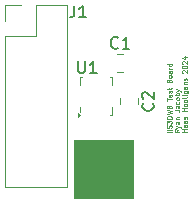
<source format=gbr>
%TF.GenerationSoftware,KiCad,Pcbnew,8.0.6-1.fc39*%
%TF.CreationDate,2024-10-31T14:54:44-07:00*%
%TF.ProjectId,IIS3DWB_eval,49495333-4457-4425-9f65-76616c2e6b69,rev?*%
%TF.SameCoordinates,Original*%
%TF.FileFunction,Legend,Top*%
%TF.FilePolarity,Positive*%
%FSLAX46Y46*%
G04 Gerber Fmt 4.6, Leading zero omitted, Abs format (unit mm)*
G04 Created by KiCad (PCBNEW 8.0.6-1.fc39) date 2024-10-31 14:54:44*
%MOMM*%
%LPD*%
G01*
G04 APERTURE LIST*
%ADD10C,0.050000*%
%ADD11C,0.150000*%
%ADD12C,0.120000*%
G04 APERTURE END LIST*
G36*
X151845000Y-98973000D02*
G01*
X156845000Y-98973000D01*
X156845000Y-103973000D01*
X151845000Y-103973000D01*
X151845000Y-98973000D01*
G37*
D10*
X160077491Y-98296867D02*
X159677491Y-98296867D01*
X160077491Y-98106391D02*
X159677491Y-98106391D01*
X160058444Y-97934963D02*
X160077491Y-97877820D01*
X160077491Y-97877820D02*
X160077491Y-97782582D01*
X160077491Y-97782582D02*
X160058444Y-97744487D01*
X160058444Y-97744487D02*
X160039396Y-97725439D01*
X160039396Y-97725439D02*
X160001301Y-97706392D01*
X160001301Y-97706392D02*
X159963205Y-97706392D01*
X159963205Y-97706392D02*
X159925110Y-97725439D01*
X159925110Y-97725439D02*
X159906063Y-97744487D01*
X159906063Y-97744487D02*
X159887015Y-97782582D01*
X159887015Y-97782582D02*
X159867967Y-97858773D01*
X159867967Y-97858773D02*
X159848920Y-97896868D01*
X159848920Y-97896868D02*
X159829872Y-97915915D01*
X159829872Y-97915915D02*
X159791777Y-97934963D01*
X159791777Y-97934963D02*
X159753682Y-97934963D01*
X159753682Y-97934963D02*
X159715586Y-97915915D01*
X159715586Y-97915915D02*
X159696539Y-97896868D01*
X159696539Y-97896868D02*
X159677491Y-97858773D01*
X159677491Y-97858773D02*
X159677491Y-97763534D01*
X159677491Y-97763534D02*
X159696539Y-97706392D01*
X159677491Y-97573059D02*
X159677491Y-97325440D01*
X159677491Y-97325440D02*
X159829872Y-97458773D01*
X159829872Y-97458773D02*
X159829872Y-97401630D01*
X159829872Y-97401630D02*
X159848920Y-97363535D01*
X159848920Y-97363535D02*
X159867967Y-97344487D01*
X159867967Y-97344487D02*
X159906063Y-97325440D01*
X159906063Y-97325440D02*
X160001301Y-97325440D01*
X160001301Y-97325440D02*
X160039396Y-97344487D01*
X160039396Y-97344487D02*
X160058444Y-97363535D01*
X160058444Y-97363535D02*
X160077491Y-97401630D01*
X160077491Y-97401630D02*
X160077491Y-97515916D01*
X160077491Y-97515916D02*
X160058444Y-97554011D01*
X160058444Y-97554011D02*
X160039396Y-97573059D01*
X160077491Y-97154011D02*
X159677491Y-97154011D01*
X159677491Y-97154011D02*
X159677491Y-97058773D01*
X159677491Y-97058773D02*
X159696539Y-97001630D01*
X159696539Y-97001630D02*
X159734634Y-96963535D01*
X159734634Y-96963535D02*
X159772729Y-96944488D01*
X159772729Y-96944488D02*
X159848920Y-96925440D01*
X159848920Y-96925440D02*
X159906063Y-96925440D01*
X159906063Y-96925440D02*
X159982253Y-96944488D01*
X159982253Y-96944488D02*
X160020348Y-96963535D01*
X160020348Y-96963535D02*
X160058444Y-97001630D01*
X160058444Y-97001630D02*
X160077491Y-97058773D01*
X160077491Y-97058773D02*
X160077491Y-97154011D01*
X159677491Y-96792107D02*
X160077491Y-96696869D01*
X160077491Y-96696869D02*
X159791777Y-96620678D01*
X159791777Y-96620678D02*
X160077491Y-96544488D01*
X160077491Y-96544488D02*
X159677491Y-96449250D01*
X159867967Y-96163535D02*
X159887015Y-96106392D01*
X159887015Y-96106392D02*
X159906063Y-96087345D01*
X159906063Y-96087345D02*
X159944158Y-96068297D01*
X159944158Y-96068297D02*
X160001301Y-96068297D01*
X160001301Y-96068297D02*
X160039396Y-96087345D01*
X160039396Y-96087345D02*
X160058444Y-96106392D01*
X160058444Y-96106392D02*
X160077491Y-96144487D01*
X160077491Y-96144487D02*
X160077491Y-96296868D01*
X160077491Y-96296868D02*
X159677491Y-96296868D01*
X159677491Y-96296868D02*
X159677491Y-96163535D01*
X159677491Y-96163535D02*
X159696539Y-96125440D01*
X159696539Y-96125440D02*
X159715586Y-96106392D01*
X159715586Y-96106392D02*
X159753682Y-96087345D01*
X159753682Y-96087345D02*
X159791777Y-96087345D01*
X159791777Y-96087345D02*
X159829872Y-96106392D01*
X159829872Y-96106392D02*
X159848920Y-96125440D01*
X159848920Y-96125440D02*
X159867967Y-96163535D01*
X159867967Y-96163535D02*
X159867967Y-96296868D01*
X159677491Y-95649249D02*
X159677491Y-95420678D01*
X160077491Y-95534964D02*
X159677491Y-95534964D01*
X160058444Y-95134963D02*
X160077491Y-95173059D01*
X160077491Y-95173059D02*
X160077491Y-95249249D01*
X160077491Y-95249249D02*
X160058444Y-95287344D01*
X160058444Y-95287344D02*
X160020348Y-95306392D01*
X160020348Y-95306392D02*
X159867967Y-95306392D01*
X159867967Y-95306392D02*
X159829872Y-95287344D01*
X159829872Y-95287344D02*
X159810824Y-95249249D01*
X159810824Y-95249249D02*
X159810824Y-95173059D01*
X159810824Y-95173059D02*
X159829872Y-95134963D01*
X159829872Y-95134963D02*
X159867967Y-95115916D01*
X159867967Y-95115916D02*
X159906063Y-95115916D01*
X159906063Y-95115916D02*
X159944158Y-95306392D01*
X160058444Y-94963535D02*
X160077491Y-94925440D01*
X160077491Y-94925440D02*
X160077491Y-94849249D01*
X160077491Y-94849249D02*
X160058444Y-94811154D01*
X160058444Y-94811154D02*
X160020348Y-94792106D01*
X160020348Y-94792106D02*
X160001301Y-94792106D01*
X160001301Y-94792106D02*
X159963205Y-94811154D01*
X159963205Y-94811154D02*
X159944158Y-94849249D01*
X159944158Y-94849249D02*
X159944158Y-94906392D01*
X159944158Y-94906392D02*
X159925110Y-94944487D01*
X159925110Y-94944487D02*
X159887015Y-94963535D01*
X159887015Y-94963535D02*
X159867967Y-94963535D01*
X159867967Y-94963535D02*
X159829872Y-94944487D01*
X159829872Y-94944487D02*
X159810824Y-94906392D01*
X159810824Y-94906392D02*
X159810824Y-94849249D01*
X159810824Y-94849249D02*
X159829872Y-94811154D01*
X159810824Y-94677820D02*
X159810824Y-94525439D01*
X159677491Y-94620677D02*
X160020348Y-94620677D01*
X160020348Y-94620677D02*
X160058444Y-94601630D01*
X160058444Y-94601630D02*
X160077491Y-94563535D01*
X160077491Y-94563535D02*
X160077491Y-94525439D01*
X159867967Y-93954011D02*
X159887015Y-93896868D01*
X159887015Y-93896868D02*
X159906063Y-93877821D01*
X159906063Y-93877821D02*
X159944158Y-93858773D01*
X159944158Y-93858773D02*
X160001301Y-93858773D01*
X160001301Y-93858773D02*
X160039396Y-93877821D01*
X160039396Y-93877821D02*
X160058444Y-93896868D01*
X160058444Y-93896868D02*
X160077491Y-93934963D01*
X160077491Y-93934963D02*
X160077491Y-94087344D01*
X160077491Y-94087344D02*
X159677491Y-94087344D01*
X159677491Y-94087344D02*
X159677491Y-93954011D01*
X159677491Y-93954011D02*
X159696539Y-93915916D01*
X159696539Y-93915916D02*
X159715586Y-93896868D01*
X159715586Y-93896868D02*
X159753682Y-93877821D01*
X159753682Y-93877821D02*
X159791777Y-93877821D01*
X159791777Y-93877821D02*
X159829872Y-93896868D01*
X159829872Y-93896868D02*
X159848920Y-93915916D01*
X159848920Y-93915916D02*
X159867967Y-93954011D01*
X159867967Y-93954011D02*
X159867967Y-94087344D01*
X160077491Y-93630202D02*
X160058444Y-93668297D01*
X160058444Y-93668297D02*
X160039396Y-93687344D01*
X160039396Y-93687344D02*
X160001301Y-93706392D01*
X160001301Y-93706392D02*
X159887015Y-93706392D01*
X159887015Y-93706392D02*
X159848920Y-93687344D01*
X159848920Y-93687344D02*
X159829872Y-93668297D01*
X159829872Y-93668297D02*
X159810824Y-93630202D01*
X159810824Y-93630202D02*
X159810824Y-93573059D01*
X159810824Y-93573059D02*
X159829872Y-93534963D01*
X159829872Y-93534963D02*
X159848920Y-93515916D01*
X159848920Y-93515916D02*
X159887015Y-93496868D01*
X159887015Y-93496868D02*
X160001301Y-93496868D01*
X160001301Y-93496868D02*
X160039396Y-93515916D01*
X160039396Y-93515916D02*
X160058444Y-93534963D01*
X160058444Y-93534963D02*
X160077491Y-93573059D01*
X160077491Y-93573059D02*
X160077491Y-93630202D01*
X160077491Y-93154011D02*
X159867967Y-93154011D01*
X159867967Y-93154011D02*
X159829872Y-93173058D01*
X159829872Y-93173058D02*
X159810824Y-93211154D01*
X159810824Y-93211154D02*
X159810824Y-93287344D01*
X159810824Y-93287344D02*
X159829872Y-93325439D01*
X160058444Y-93154011D02*
X160077491Y-93192106D01*
X160077491Y-93192106D02*
X160077491Y-93287344D01*
X160077491Y-93287344D02*
X160058444Y-93325439D01*
X160058444Y-93325439D02*
X160020348Y-93344487D01*
X160020348Y-93344487D02*
X159982253Y-93344487D01*
X159982253Y-93344487D02*
X159944158Y-93325439D01*
X159944158Y-93325439D02*
X159925110Y-93287344D01*
X159925110Y-93287344D02*
X159925110Y-93192106D01*
X159925110Y-93192106D02*
X159906063Y-93154011D01*
X160077491Y-92963534D02*
X159810824Y-92963534D01*
X159887015Y-92963534D02*
X159848920Y-92944487D01*
X159848920Y-92944487D02*
X159829872Y-92925439D01*
X159829872Y-92925439D02*
X159810824Y-92887344D01*
X159810824Y-92887344D02*
X159810824Y-92849249D01*
X160077491Y-92544487D02*
X159677491Y-92544487D01*
X160058444Y-92544487D02*
X160077491Y-92582582D01*
X160077491Y-92582582D02*
X160077491Y-92658773D01*
X160077491Y-92658773D02*
X160058444Y-92696868D01*
X160058444Y-92696868D02*
X160039396Y-92715915D01*
X160039396Y-92715915D02*
X160001301Y-92734963D01*
X160001301Y-92734963D02*
X159887015Y-92734963D01*
X159887015Y-92734963D02*
X159848920Y-92715915D01*
X159848920Y-92715915D02*
X159829872Y-92696868D01*
X159829872Y-92696868D02*
X159810824Y-92658773D01*
X159810824Y-92658773D02*
X159810824Y-92582582D01*
X159810824Y-92582582D02*
X159829872Y-92544487D01*
X160721469Y-98068296D02*
X160530993Y-98201629D01*
X160721469Y-98296867D02*
X160321469Y-98296867D01*
X160321469Y-98296867D02*
X160321469Y-98144486D01*
X160321469Y-98144486D02*
X160340517Y-98106391D01*
X160340517Y-98106391D02*
X160359564Y-98087344D01*
X160359564Y-98087344D02*
X160397660Y-98068296D01*
X160397660Y-98068296D02*
X160454802Y-98068296D01*
X160454802Y-98068296D02*
X160492898Y-98087344D01*
X160492898Y-98087344D02*
X160511945Y-98106391D01*
X160511945Y-98106391D02*
X160530993Y-98144486D01*
X160530993Y-98144486D02*
X160530993Y-98296867D01*
X160454802Y-97934963D02*
X160721469Y-97839725D01*
X160454802Y-97744486D02*
X160721469Y-97839725D01*
X160721469Y-97839725D02*
X160816707Y-97877820D01*
X160816707Y-97877820D02*
X160835755Y-97896867D01*
X160835755Y-97896867D02*
X160854802Y-97934963D01*
X160721469Y-97420677D02*
X160511945Y-97420677D01*
X160511945Y-97420677D02*
X160473850Y-97439724D01*
X160473850Y-97439724D02*
X160454802Y-97477820D01*
X160454802Y-97477820D02*
X160454802Y-97554010D01*
X160454802Y-97554010D02*
X160473850Y-97592105D01*
X160702422Y-97420677D02*
X160721469Y-97458772D01*
X160721469Y-97458772D02*
X160721469Y-97554010D01*
X160721469Y-97554010D02*
X160702422Y-97592105D01*
X160702422Y-97592105D02*
X160664326Y-97611153D01*
X160664326Y-97611153D02*
X160626231Y-97611153D01*
X160626231Y-97611153D02*
X160588136Y-97592105D01*
X160588136Y-97592105D02*
X160569088Y-97554010D01*
X160569088Y-97554010D02*
X160569088Y-97458772D01*
X160569088Y-97458772D02*
X160550041Y-97420677D01*
X160454802Y-97230200D02*
X160721469Y-97230200D01*
X160492898Y-97230200D02*
X160473850Y-97211153D01*
X160473850Y-97211153D02*
X160454802Y-97173058D01*
X160454802Y-97173058D02*
X160454802Y-97115915D01*
X160454802Y-97115915D02*
X160473850Y-97077819D01*
X160473850Y-97077819D02*
X160511945Y-97058772D01*
X160511945Y-97058772D02*
X160721469Y-97058772D01*
X160321469Y-96449248D02*
X160607183Y-96449248D01*
X160607183Y-96449248D02*
X160664326Y-96468295D01*
X160664326Y-96468295D02*
X160702422Y-96506391D01*
X160702422Y-96506391D02*
X160721469Y-96563533D01*
X160721469Y-96563533D02*
X160721469Y-96601629D01*
X160721469Y-96087343D02*
X160511945Y-96087343D01*
X160511945Y-96087343D02*
X160473850Y-96106390D01*
X160473850Y-96106390D02*
X160454802Y-96144486D01*
X160454802Y-96144486D02*
X160454802Y-96220676D01*
X160454802Y-96220676D02*
X160473850Y-96258771D01*
X160702422Y-96087343D02*
X160721469Y-96125438D01*
X160721469Y-96125438D02*
X160721469Y-96220676D01*
X160721469Y-96220676D02*
X160702422Y-96258771D01*
X160702422Y-96258771D02*
X160664326Y-96277819D01*
X160664326Y-96277819D02*
X160626231Y-96277819D01*
X160626231Y-96277819D02*
X160588136Y-96258771D01*
X160588136Y-96258771D02*
X160569088Y-96220676D01*
X160569088Y-96220676D02*
X160569088Y-96125438D01*
X160569088Y-96125438D02*
X160550041Y-96087343D01*
X160702422Y-95725438D02*
X160721469Y-95763533D01*
X160721469Y-95763533D02*
X160721469Y-95839724D01*
X160721469Y-95839724D02*
X160702422Y-95877819D01*
X160702422Y-95877819D02*
X160683374Y-95896866D01*
X160683374Y-95896866D02*
X160645279Y-95915914D01*
X160645279Y-95915914D02*
X160530993Y-95915914D01*
X160530993Y-95915914D02*
X160492898Y-95896866D01*
X160492898Y-95896866D02*
X160473850Y-95877819D01*
X160473850Y-95877819D02*
X160454802Y-95839724D01*
X160454802Y-95839724D02*
X160454802Y-95763533D01*
X160454802Y-95763533D02*
X160473850Y-95725438D01*
X160721469Y-95496867D02*
X160702422Y-95534962D01*
X160702422Y-95534962D02*
X160683374Y-95554009D01*
X160683374Y-95554009D02*
X160645279Y-95573057D01*
X160645279Y-95573057D02*
X160530993Y-95573057D01*
X160530993Y-95573057D02*
X160492898Y-95554009D01*
X160492898Y-95554009D02*
X160473850Y-95534962D01*
X160473850Y-95534962D02*
X160454802Y-95496867D01*
X160454802Y-95496867D02*
X160454802Y-95439724D01*
X160454802Y-95439724D02*
X160473850Y-95401628D01*
X160473850Y-95401628D02*
X160492898Y-95382581D01*
X160492898Y-95382581D02*
X160530993Y-95363533D01*
X160530993Y-95363533D02*
X160645279Y-95363533D01*
X160645279Y-95363533D02*
X160683374Y-95382581D01*
X160683374Y-95382581D02*
X160702422Y-95401628D01*
X160702422Y-95401628D02*
X160721469Y-95439724D01*
X160721469Y-95439724D02*
X160721469Y-95496867D01*
X160721469Y-95192104D02*
X160321469Y-95192104D01*
X160473850Y-95192104D02*
X160454802Y-95154009D01*
X160454802Y-95154009D02*
X160454802Y-95077819D01*
X160454802Y-95077819D02*
X160473850Y-95039723D01*
X160473850Y-95039723D02*
X160492898Y-95020676D01*
X160492898Y-95020676D02*
X160530993Y-95001628D01*
X160530993Y-95001628D02*
X160645279Y-95001628D01*
X160645279Y-95001628D02*
X160683374Y-95020676D01*
X160683374Y-95020676D02*
X160702422Y-95039723D01*
X160702422Y-95039723D02*
X160721469Y-95077819D01*
X160721469Y-95077819D02*
X160721469Y-95154009D01*
X160721469Y-95154009D02*
X160702422Y-95192104D01*
X160454802Y-94868295D02*
X160721469Y-94773057D01*
X160454802Y-94677818D02*
X160721469Y-94773057D01*
X160721469Y-94773057D02*
X160816707Y-94811152D01*
X160816707Y-94811152D02*
X160835755Y-94830199D01*
X160835755Y-94830199D02*
X160854802Y-94868295D01*
X161365447Y-98296867D02*
X160965447Y-98296867D01*
X161155923Y-98296867D02*
X161155923Y-98068296D01*
X161365447Y-98068296D02*
X160965447Y-98068296D01*
X161365447Y-97706391D02*
X161155923Y-97706391D01*
X161155923Y-97706391D02*
X161117828Y-97725438D01*
X161117828Y-97725438D02*
X161098780Y-97763534D01*
X161098780Y-97763534D02*
X161098780Y-97839724D01*
X161098780Y-97839724D02*
X161117828Y-97877819D01*
X161346400Y-97706391D02*
X161365447Y-97744486D01*
X161365447Y-97744486D02*
X161365447Y-97839724D01*
X161365447Y-97839724D02*
X161346400Y-97877819D01*
X161346400Y-97877819D02*
X161308304Y-97896867D01*
X161308304Y-97896867D02*
X161270209Y-97896867D01*
X161270209Y-97896867D02*
X161232114Y-97877819D01*
X161232114Y-97877819D02*
X161213066Y-97839724D01*
X161213066Y-97839724D02*
X161213066Y-97744486D01*
X161213066Y-97744486D02*
X161194019Y-97706391D01*
X161365447Y-97344486D02*
X161155923Y-97344486D01*
X161155923Y-97344486D02*
X161117828Y-97363533D01*
X161117828Y-97363533D02*
X161098780Y-97401629D01*
X161098780Y-97401629D02*
X161098780Y-97477819D01*
X161098780Y-97477819D02*
X161117828Y-97515914D01*
X161346400Y-97344486D02*
X161365447Y-97382581D01*
X161365447Y-97382581D02*
X161365447Y-97477819D01*
X161365447Y-97477819D02*
X161346400Y-97515914D01*
X161346400Y-97515914D02*
X161308304Y-97534962D01*
X161308304Y-97534962D02*
X161270209Y-97534962D01*
X161270209Y-97534962D02*
X161232114Y-97515914D01*
X161232114Y-97515914D02*
X161213066Y-97477819D01*
X161213066Y-97477819D02*
X161213066Y-97382581D01*
X161213066Y-97382581D02*
X161194019Y-97344486D01*
X161346400Y-97173057D02*
X161365447Y-97134962D01*
X161365447Y-97134962D02*
X161365447Y-97058771D01*
X161365447Y-97058771D02*
X161346400Y-97020676D01*
X161346400Y-97020676D02*
X161308304Y-97001628D01*
X161308304Y-97001628D02*
X161289257Y-97001628D01*
X161289257Y-97001628D02*
X161251161Y-97020676D01*
X161251161Y-97020676D02*
X161232114Y-97058771D01*
X161232114Y-97058771D02*
X161232114Y-97115914D01*
X161232114Y-97115914D02*
X161213066Y-97154009D01*
X161213066Y-97154009D02*
X161174971Y-97173057D01*
X161174971Y-97173057D02*
X161155923Y-97173057D01*
X161155923Y-97173057D02*
X161117828Y-97154009D01*
X161117828Y-97154009D02*
X161098780Y-97115914D01*
X161098780Y-97115914D02*
X161098780Y-97058771D01*
X161098780Y-97058771D02*
X161117828Y-97020676D01*
X161365447Y-96525437D02*
X160965447Y-96525437D01*
X161155923Y-96525437D02*
X161155923Y-96296866D01*
X161365447Y-96296866D02*
X160965447Y-96296866D01*
X161365447Y-96049247D02*
X161346400Y-96087342D01*
X161346400Y-96087342D02*
X161327352Y-96106389D01*
X161327352Y-96106389D02*
X161289257Y-96125437D01*
X161289257Y-96125437D02*
X161174971Y-96125437D01*
X161174971Y-96125437D02*
X161136876Y-96106389D01*
X161136876Y-96106389D02*
X161117828Y-96087342D01*
X161117828Y-96087342D02*
X161098780Y-96049247D01*
X161098780Y-96049247D02*
X161098780Y-95992104D01*
X161098780Y-95992104D02*
X161117828Y-95954008D01*
X161117828Y-95954008D02*
X161136876Y-95934961D01*
X161136876Y-95934961D02*
X161174971Y-95915913D01*
X161174971Y-95915913D02*
X161289257Y-95915913D01*
X161289257Y-95915913D02*
X161327352Y-95934961D01*
X161327352Y-95934961D02*
X161346400Y-95954008D01*
X161346400Y-95954008D02*
X161365447Y-95992104D01*
X161365447Y-95992104D02*
X161365447Y-96049247D01*
X161365447Y-95687342D02*
X161346400Y-95725437D01*
X161346400Y-95725437D02*
X161327352Y-95744484D01*
X161327352Y-95744484D02*
X161289257Y-95763532D01*
X161289257Y-95763532D02*
X161174971Y-95763532D01*
X161174971Y-95763532D02*
X161136876Y-95744484D01*
X161136876Y-95744484D02*
X161117828Y-95725437D01*
X161117828Y-95725437D02*
X161098780Y-95687342D01*
X161098780Y-95687342D02*
X161098780Y-95630199D01*
X161098780Y-95630199D02*
X161117828Y-95592103D01*
X161117828Y-95592103D02*
X161136876Y-95573056D01*
X161136876Y-95573056D02*
X161174971Y-95554008D01*
X161174971Y-95554008D02*
X161289257Y-95554008D01*
X161289257Y-95554008D02*
X161327352Y-95573056D01*
X161327352Y-95573056D02*
X161346400Y-95592103D01*
X161346400Y-95592103D02*
X161365447Y-95630199D01*
X161365447Y-95630199D02*
X161365447Y-95687342D01*
X161365447Y-95325437D02*
X161346400Y-95363532D01*
X161346400Y-95363532D02*
X161308304Y-95382579D01*
X161308304Y-95382579D02*
X160965447Y-95382579D01*
X161365447Y-95173055D02*
X161098780Y-95173055D01*
X160965447Y-95173055D02*
X160984495Y-95192103D01*
X160984495Y-95192103D02*
X161003542Y-95173055D01*
X161003542Y-95173055D02*
X160984495Y-95154008D01*
X160984495Y-95154008D02*
X160965447Y-95173055D01*
X160965447Y-95173055D02*
X161003542Y-95173055D01*
X161098780Y-94811151D02*
X161422590Y-94811151D01*
X161422590Y-94811151D02*
X161460685Y-94830198D01*
X161460685Y-94830198D02*
X161479733Y-94849246D01*
X161479733Y-94849246D02*
X161498780Y-94887341D01*
X161498780Y-94887341D02*
X161498780Y-94944484D01*
X161498780Y-94944484D02*
X161479733Y-94982579D01*
X161346400Y-94811151D02*
X161365447Y-94849246D01*
X161365447Y-94849246D02*
X161365447Y-94925437D01*
X161365447Y-94925437D02*
X161346400Y-94963532D01*
X161346400Y-94963532D02*
X161327352Y-94982579D01*
X161327352Y-94982579D02*
X161289257Y-95001627D01*
X161289257Y-95001627D02*
X161174971Y-95001627D01*
X161174971Y-95001627D02*
X161136876Y-94982579D01*
X161136876Y-94982579D02*
X161117828Y-94963532D01*
X161117828Y-94963532D02*
X161098780Y-94925437D01*
X161098780Y-94925437D02*
X161098780Y-94849246D01*
X161098780Y-94849246D02*
X161117828Y-94811151D01*
X161365447Y-94449246D02*
X161155923Y-94449246D01*
X161155923Y-94449246D02*
X161117828Y-94468293D01*
X161117828Y-94468293D02*
X161098780Y-94506389D01*
X161098780Y-94506389D02*
X161098780Y-94582579D01*
X161098780Y-94582579D02*
X161117828Y-94620674D01*
X161346400Y-94449246D02*
X161365447Y-94487341D01*
X161365447Y-94487341D02*
X161365447Y-94582579D01*
X161365447Y-94582579D02*
X161346400Y-94620674D01*
X161346400Y-94620674D02*
X161308304Y-94639722D01*
X161308304Y-94639722D02*
X161270209Y-94639722D01*
X161270209Y-94639722D02*
X161232114Y-94620674D01*
X161232114Y-94620674D02*
X161213066Y-94582579D01*
X161213066Y-94582579D02*
X161213066Y-94487341D01*
X161213066Y-94487341D02*
X161194019Y-94449246D01*
X161098780Y-94258769D02*
X161365447Y-94258769D01*
X161136876Y-94258769D02*
X161117828Y-94239722D01*
X161117828Y-94239722D02*
X161098780Y-94201627D01*
X161098780Y-94201627D02*
X161098780Y-94144484D01*
X161098780Y-94144484D02*
X161117828Y-94106388D01*
X161117828Y-94106388D02*
X161155923Y-94087341D01*
X161155923Y-94087341D02*
X161365447Y-94087341D01*
X161346400Y-93915912D02*
X161365447Y-93877817D01*
X161365447Y-93877817D02*
X161365447Y-93801626D01*
X161365447Y-93801626D02*
X161346400Y-93763531D01*
X161346400Y-93763531D02*
X161308304Y-93744483D01*
X161308304Y-93744483D02*
X161289257Y-93744483D01*
X161289257Y-93744483D02*
X161251161Y-93763531D01*
X161251161Y-93763531D02*
X161232114Y-93801626D01*
X161232114Y-93801626D02*
X161232114Y-93858769D01*
X161232114Y-93858769D02*
X161213066Y-93896864D01*
X161213066Y-93896864D02*
X161174971Y-93915912D01*
X161174971Y-93915912D02*
X161155923Y-93915912D01*
X161155923Y-93915912D02*
X161117828Y-93896864D01*
X161117828Y-93896864D02*
X161098780Y-93858769D01*
X161098780Y-93858769D02*
X161098780Y-93801626D01*
X161098780Y-93801626D02*
X161117828Y-93763531D01*
X161003542Y-93287340D02*
X160984495Y-93268292D01*
X160984495Y-93268292D02*
X160965447Y-93230197D01*
X160965447Y-93230197D02*
X160965447Y-93134959D01*
X160965447Y-93134959D02*
X160984495Y-93096864D01*
X160984495Y-93096864D02*
X161003542Y-93077816D01*
X161003542Y-93077816D02*
X161041638Y-93058769D01*
X161041638Y-93058769D02*
X161079733Y-93058769D01*
X161079733Y-93058769D02*
X161136876Y-93077816D01*
X161136876Y-93077816D02*
X161365447Y-93306388D01*
X161365447Y-93306388D02*
X161365447Y-93058769D01*
X160965447Y-92811150D02*
X160965447Y-92773055D01*
X160965447Y-92773055D02*
X160984495Y-92734959D01*
X160984495Y-92734959D02*
X161003542Y-92715912D01*
X161003542Y-92715912D02*
X161041638Y-92696864D01*
X161041638Y-92696864D02*
X161117828Y-92677817D01*
X161117828Y-92677817D02*
X161213066Y-92677817D01*
X161213066Y-92677817D02*
X161289257Y-92696864D01*
X161289257Y-92696864D02*
X161327352Y-92715912D01*
X161327352Y-92715912D02*
X161346400Y-92734959D01*
X161346400Y-92734959D02*
X161365447Y-92773055D01*
X161365447Y-92773055D02*
X161365447Y-92811150D01*
X161365447Y-92811150D02*
X161346400Y-92849245D01*
X161346400Y-92849245D02*
X161327352Y-92868293D01*
X161327352Y-92868293D02*
X161289257Y-92887340D01*
X161289257Y-92887340D02*
X161213066Y-92906388D01*
X161213066Y-92906388D02*
X161117828Y-92906388D01*
X161117828Y-92906388D02*
X161041638Y-92887340D01*
X161041638Y-92887340D02*
X161003542Y-92868293D01*
X161003542Y-92868293D02*
X160984495Y-92849245D01*
X160984495Y-92849245D02*
X160965447Y-92811150D01*
X161003542Y-92525436D02*
X160984495Y-92506388D01*
X160984495Y-92506388D02*
X160965447Y-92468293D01*
X160965447Y-92468293D02*
X160965447Y-92373055D01*
X160965447Y-92373055D02*
X160984495Y-92334960D01*
X160984495Y-92334960D02*
X161003542Y-92315912D01*
X161003542Y-92315912D02*
X161041638Y-92296865D01*
X161041638Y-92296865D02*
X161079733Y-92296865D01*
X161079733Y-92296865D02*
X161136876Y-92315912D01*
X161136876Y-92315912D02*
X161365447Y-92544484D01*
X161365447Y-92544484D02*
X161365447Y-92296865D01*
X161098780Y-91954008D02*
X161365447Y-91954008D01*
X160946400Y-92049246D02*
X161232114Y-92144484D01*
X161232114Y-92144484D02*
X161232114Y-91896865D01*
D11*
X152146095Y-92291819D02*
X152146095Y-93101342D01*
X152146095Y-93101342D02*
X152193714Y-93196580D01*
X152193714Y-93196580D02*
X152241333Y-93244200D01*
X152241333Y-93244200D02*
X152336571Y-93291819D01*
X152336571Y-93291819D02*
X152527047Y-93291819D01*
X152527047Y-93291819D02*
X152622285Y-93244200D01*
X152622285Y-93244200D02*
X152669904Y-93196580D01*
X152669904Y-93196580D02*
X152717523Y-93101342D01*
X152717523Y-93101342D02*
X152717523Y-92291819D01*
X153717523Y-93291819D02*
X153146095Y-93291819D01*
X153431809Y-93291819D02*
X153431809Y-92291819D01*
X153431809Y-92291819D02*
X153336571Y-92434676D01*
X153336571Y-92434676D02*
X153241333Y-92529914D01*
X153241333Y-92529914D02*
X153146095Y-92577533D01*
X158474580Y-95858666D02*
X158522200Y-95906285D01*
X158522200Y-95906285D02*
X158569819Y-96049142D01*
X158569819Y-96049142D02*
X158569819Y-96144380D01*
X158569819Y-96144380D02*
X158522200Y-96287237D01*
X158522200Y-96287237D02*
X158426961Y-96382475D01*
X158426961Y-96382475D02*
X158331723Y-96430094D01*
X158331723Y-96430094D02*
X158141247Y-96477713D01*
X158141247Y-96477713D02*
X157998390Y-96477713D01*
X157998390Y-96477713D02*
X157807914Y-96430094D01*
X157807914Y-96430094D02*
X157712676Y-96382475D01*
X157712676Y-96382475D02*
X157617438Y-96287237D01*
X157617438Y-96287237D02*
X157569819Y-96144380D01*
X157569819Y-96144380D02*
X157569819Y-96049142D01*
X157569819Y-96049142D02*
X157617438Y-95906285D01*
X157617438Y-95906285D02*
X157665057Y-95858666D01*
X157665057Y-95477713D02*
X157617438Y-95430094D01*
X157617438Y-95430094D02*
X157569819Y-95334856D01*
X157569819Y-95334856D02*
X157569819Y-95096761D01*
X157569819Y-95096761D02*
X157617438Y-95001523D01*
X157617438Y-95001523D02*
X157665057Y-94953904D01*
X157665057Y-94953904D02*
X157760295Y-94906285D01*
X157760295Y-94906285D02*
X157855533Y-94906285D01*
X157855533Y-94906285D02*
X157998390Y-94953904D01*
X157998390Y-94953904D02*
X158569819Y-95525332D01*
X158569819Y-95525332D02*
X158569819Y-94906285D01*
X155535333Y-91135580D02*
X155487714Y-91183200D01*
X155487714Y-91183200D02*
X155344857Y-91230819D01*
X155344857Y-91230819D02*
X155249619Y-91230819D01*
X155249619Y-91230819D02*
X155106762Y-91183200D01*
X155106762Y-91183200D02*
X155011524Y-91087961D01*
X155011524Y-91087961D02*
X154963905Y-90992723D01*
X154963905Y-90992723D02*
X154916286Y-90802247D01*
X154916286Y-90802247D02*
X154916286Y-90659390D01*
X154916286Y-90659390D02*
X154963905Y-90468914D01*
X154963905Y-90468914D02*
X155011524Y-90373676D01*
X155011524Y-90373676D02*
X155106762Y-90278438D01*
X155106762Y-90278438D02*
X155249619Y-90230819D01*
X155249619Y-90230819D02*
X155344857Y-90230819D01*
X155344857Y-90230819D02*
X155487714Y-90278438D01*
X155487714Y-90278438D02*
X155535333Y-90326057D01*
X156487714Y-91230819D02*
X155916286Y-91230819D01*
X156202000Y-91230819D02*
X156202000Y-90230819D01*
X156202000Y-90230819D02*
X156106762Y-90373676D01*
X156106762Y-90373676D02*
X156011524Y-90468914D01*
X156011524Y-90468914D02*
X155916286Y-90516533D01*
X151812666Y-87592819D02*
X151812666Y-88307104D01*
X151812666Y-88307104D02*
X151765047Y-88449961D01*
X151765047Y-88449961D02*
X151669809Y-88545200D01*
X151669809Y-88545200D02*
X151526952Y-88592819D01*
X151526952Y-88592819D02*
X151431714Y-88592819D01*
X152812666Y-88592819D02*
X152241238Y-88592819D01*
X152526952Y-88592819D02*
X152526952Y-87592819D01*
X152526952Y-87592819D02*
X152431714Y-87735676D01*
X152431714Y-87735676D02*
X152336476Y-87830914D01*
X152336476Y-87830914D02*
X152241238Y-87878533D01*
D12*
%TO.C,U1*%
X152310000Y-93640000D02*
X152485000Y-93640000D01*
X152310000Y-94315000D02*
X152310000Y-93640000D01*
X152310000Y-96185000D02*
X152310000Y-96560000D01*
X155030000Y-93640000D02*
X154855000Y-93640000D01*
X155030000Y-94315000D02*
X155030000Y-93640000D01*
X155030000Y-96185000D02*
X155030000Y-96860000D01*
X155030000Y-96860000D02*
X154855000Y-96860000D01*
X152310000Y-96860000D02*
X152120000Y-97000000D01*
X152120000Y-96720000D01*
X152310000Y-96860000D01*
G36*
X152310000Y-96860000D02*
G01*
X152120000Y-97000000D01*
X152120000Y-96720000D01*
X152310000Y-96860000D01*
G37*
%TO.C,C2*%
X155729000Y-95953252D02*
X155729000Y-95430748D01*
X157199000Y-95953252D02*
X157199000Y-95430748D01*
%TO.C,C1*%
X155440748Y-91721000D02*
X155963252Y-91721000D01*
X155440748Y-93191000D02*
X155963252Y-93191000D01*
%TO.C,J1*%
X145990000Y-87570000D02*
X147320000Y-87570000D01*
X145990000Y-88900000D02*
X145990000Y-87570000D01*
X145990000Y-90170000D02*
X145990000Y-102930000D01*
X145990000Y-90170000D02*
X148590000Y-90170000D01*
X145990000Y-102930000D02*
X151190000Y-102930000D01*
X148590000Y-87570000D02*
X151190000Y-87570000D01*
X148590000Y-90170000D02*
X148590000Y-87570000D01*
X151190000Y-87570000D02*
X151190000Y-102930000D01*
%TD*%
M02*

</source>
